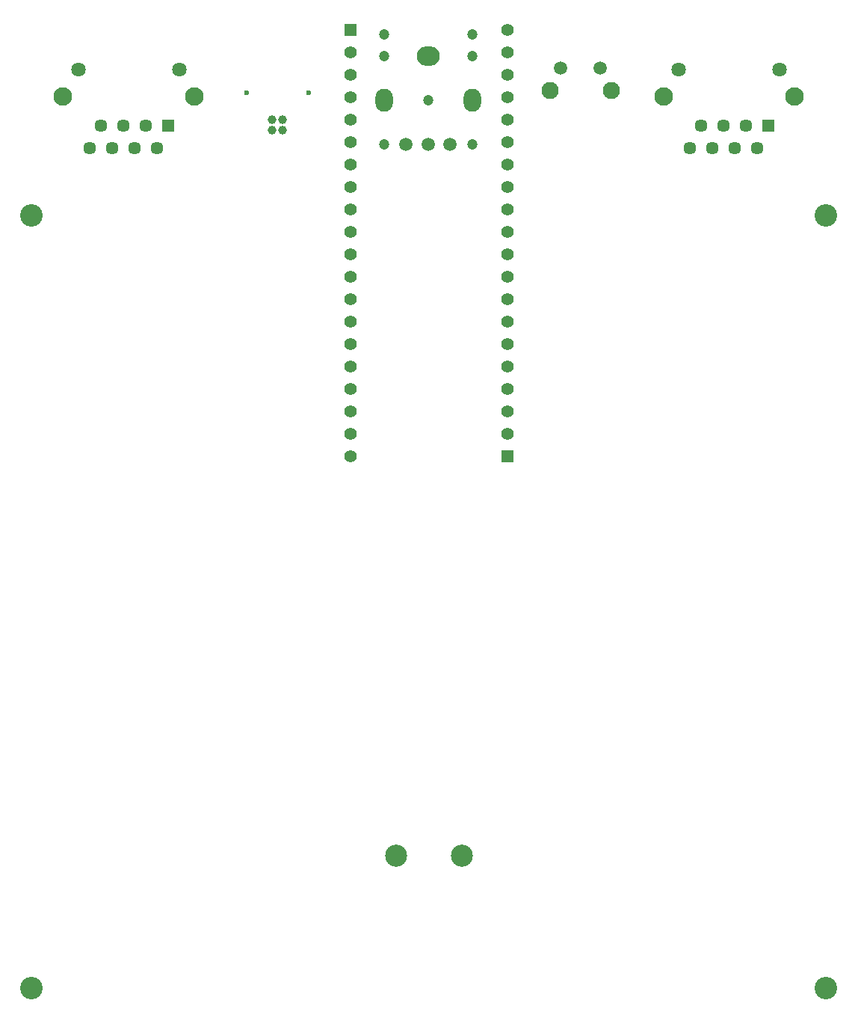
<source format=gbr>
%TF.GenerationSoftware,Altium Limited,Altium Designer,22.10.1 (41)*%
G04 Layer_Color=16711935*
%FSLAX45Y45*%
%MOMM*%
%TF.SameCoordinates,CC01BCFA-2ECF-4BF2-A349-93AF2CE8EC74*%
%TF.FilePolarity,Negative*%
%TF.FileFunction,Soldermask,Bot*%
%TF.Part,Single*%
G01*
G75*
%TA.AperFunction,WasherPad*%
%ADD28C,2.50000*%
%TA.AperFunction,ComponentPad*%
%ADD29C,1.95000*%
%ADD30C,1.50000*%
%ADD31C,1.20000*%
%ADD32O,2.60000X2.20000*%
%ADD33C,1.50800*%
%ADD34O,2.00000X2.60000*%
%ADD35C,1.63000*%
%ADD36C,2.10000*%
%ADD37C,1.44600*%
%ADD38R,1.44600X1.44600*%
%ADD39C,1.00000*%
%ADD40C,0.60000*%
%ADD42R,1.39000X1.39000*%
%ADD43C,1.39000*%
%TA.AperFunction,ViaPad*%
%ADD46C,2.55200*%
D28*
X375000Y2500000D02*
D03*
X-375000D02*
D03*
D29*
X1368500Y11164999D02*
D03*
X2068500D02*
D03*
D30*
X1493500Y11419999D02*
D03*
X1943500D02*
D03*
D31*
X-508000Y11800000D02*
D03*
Y11550000D02*
D03*
X492000Y11800000D02*
D03*
Y11550000D02*
D03*
X-8000Y11050000D02*
D03*
X-508000Y10550000D02*
D03*
X492000D02*
D03*
D32*
X-8000Y11550000D02*
D03*
D33*
X242000Y10550000D02*
D03*
X-8000D02*
D03*
X-258000D02*
D03*
D34*
X-508000Y11050000D02*
D03*
X492000D02*
D03*
D35*
X-2828500Y11396100D02*
D03*
X-3971500D02*
D03*
X3971500Y11396100D02*
D03*
X2828500D02*
D03*
D36*
X-4144000Y11091100D02*
D03*
X-2656000D02*
D03*
X2656000Y11091100D02*
D03*
X4144000D02*
D03*
D37*
X-3844500Y10507100D02*
D03*
X-3717500Y10761100D02*
D03*
X-3590500Y10507100D02*
D03*
X-3463500Y10761100D02*
D03*
X-3336500Y10507100D02*
D03*
X-3209500Y10761100D02*
D03*
X-3082500Y10507100D02*
D03*
X2955500Y10507100D02*
D03*
X3082500Y10761100D02*
D03*
X3209500Y10507100D02*
D03*
X3336500Y10761100D02*
D03*
X3463500Y10507100D02*
D03*
X3590500Y10761100D02*
D03*
X3717500Y10507100D02*
D03*
D38*
X-2955500Y10761100D02*
D03*
X3844500Y10761100D02*
D03*
D39*
X-1654500Y10715001D02*
D03*
X-1774500D02*
D03*
Y10835001D02*
D03*
X-1654500D02*
D03*
D40*
X-1364500Y11135001D02*
D03*
X-2064500D02*
D03*
D42*
X-889000Y11846500D02*
D03*
X889000Y7020500D02*
D03*
D43*
X-889000Y11592500D02*
D03*
Y11338500D02*
D03*
Y11084500D02*
D03*
Y10830500D02*
D03*
Y10576500D02*
D03*
Y10322500D02*
D03*
Y10068500D02*
D03*
Y9814500D02*
D03*
Y9560500D02*
D03*
Y9306500D02*
D03*
Y9052500D02*
D03*
Y8798500D02*
D03*
Y8544500D02*
D03*
Y8290500D02*
D03*
Y8036500D02*
D03*
Y7782500D02*
D03*
Y7528500D02*
D03*
Y7274500D02*
D03*
Y7020500D02*
D03*
X889000Y7274500D02*
D03*
Y7528500D02*
D03*
Y7782500D02*
D03*
Y8036500D02*
D03*
Y8290500D02*
D03*
Y8544500D02*
D03*
Y8798500D02*
D03*
Y9052500D02*
D03*
Y9306500D02*
D03*
Y9560500D02*
D03*
Y9814500D02*
D03*
Y10068500D02*
D03*
Y10322500D02*
D03*
Y10576500D02*
D03*
Y10830500D02*
D03*
Y11084500D02*
D03*
Y11338500D02*
D03*
Y11592500D02*
D03*
Y11846500D02*
D03*
D46*
X-4500000Y1000000D02*
D03*
X4500000D02*
D03*
Y9750000D02*
D03*
X-4500000D02*
D03*
%TF.MD5,8baf845735ca24f11cb60530d2ac0bc2*%
M02*

</source>
